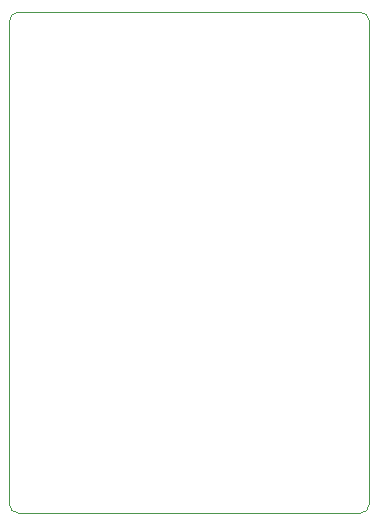
<source format=gbr>
%TF.GenerationSoftware,KiCad,Pcbnew,(5.1.6)-1*%
%TF.CreationDate,2021-04-07T17:56:13+02:00*%
%TF.ProjectId,port_expander,706f7274-5f65-4787-9061-6e6465722e6b,rev?*%
%TF.SameCoordinates,Original*%
%TF.FileFunction,Profile,NP*%
%FSLAX46Y46*%
G04 Gerber Fmt 4.6, Leading zero omitted, Abs format (unit mm)*
G04 Created by KiCad (PCBNEW (5.1.6)-1) date 2021-04-07 17:56:13*
%MOMM*%
%LPD*%
G01*
G04 APERTURE LIST*
%TA.AperFunction,Profile*%
%ADD10C,0.050000*%
%TD*%
G04 APERTURE END LIST*
D10*
X112522000Y-88138000D02*
G75*
G02*
X111760000Y-87376000I0J762000D01*
G01*
X111760000Y-46482000D02*
G75*
G02*
X112522000Y-45720000I762000J0D01*
G01*
X141478000Y-45720000D02*
G75*
G02*
X142240000Y-46482000I0J-762000D01*
G01*
X142240000Y-87376000D02*
G75*
G02*
X141478000Y-88138000I-762000J0D01*
G01*
X141478000Y-88138000D02*
X112522000Y-88138000D01*
X111760000Y-46482000D02*
X111760000Y-87376000D01*
X142240000Y-46482000D02*
X142240000Y-87376000D01*
X112522000Y-45720000D02*
X141478000Y-45720000D01*
M02*

</source>
